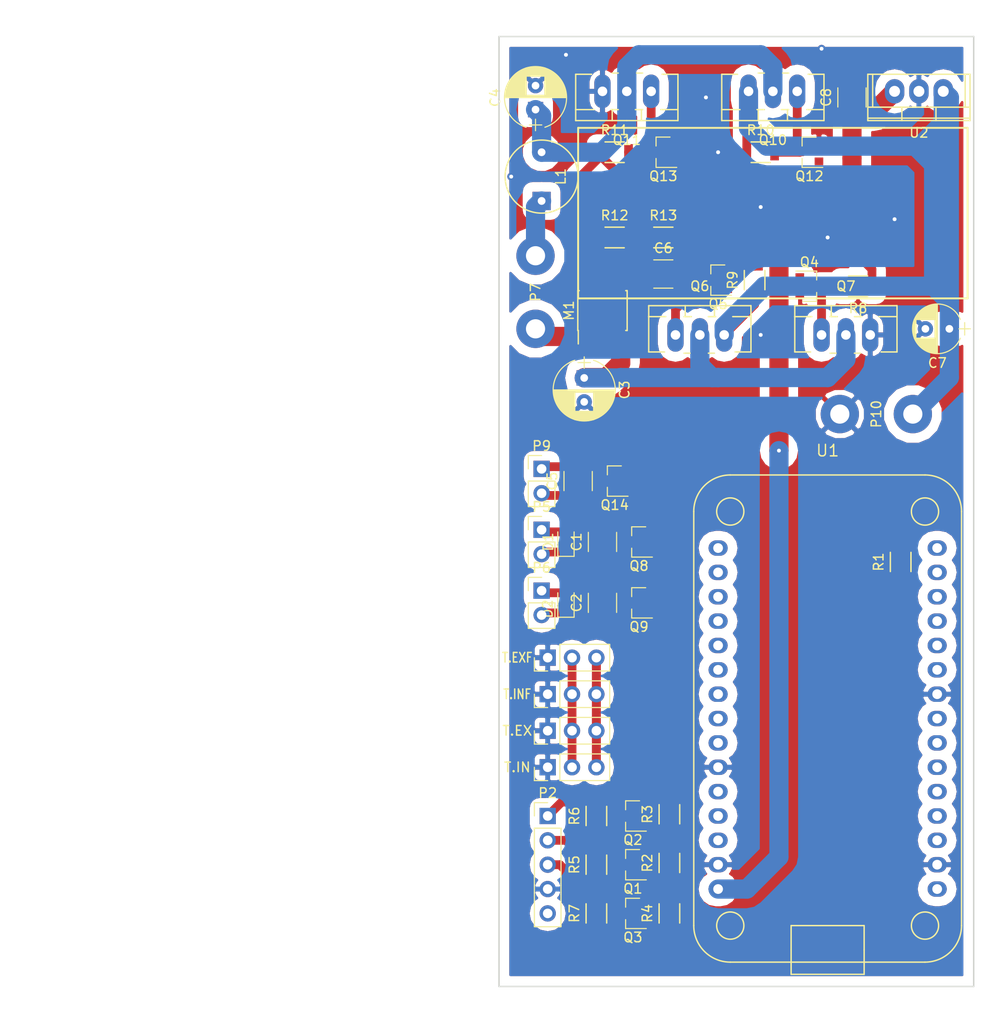
<source format=kicad_pcb>
(kicad_pcb (version 4) (host pcbnew 4.0.5)
  (layers (0 F.Cu signal) (31 B.Cu signal) (34 B.Paste user) (35 F.Paste user) (36 B.SilkS user) (37 F.SilkS user) (38 B.Mask user) (39 F.Mask user) (44 Edge.Cuts user))
  (net 0 "")
  (net 1 +12V)
  (net 2 "Net-(C1-Pad2)")
  (net 3 "Net-(C2-Pad2)")
  (net 4 peltier-left)
  (net 5 GND)
  (net 6 "Net-(C4-Pad1)")
  (net 7 "Net-(C5-Pad2)")
  (net 8 +5V)
  (net 9 peltier-right)
  (net 10 temperature)
  (net 11 +3V3)
  (net 12 display-clock-hi)
  (net 13 display-cs-hi)
  (net 14 display-data-hi)
  (net 15 display-cs)
  (net 16 display-clock)
  (net 17 display-data)
  (net 18 peltier-left-B)
  (net 19 "Net-(Q4-Pad3)")
  (net 20 peltier-left-A)
  (net 21 "Net-(Q5-Pad3)")
  (net 22 fan-internal)
  (net 23 fan-external)
  (net 24 "Net-(Q10-Pad1)")
  (net 25 "Net-(Q11-Pad1)")
  (net 26 peltier-right-A)
  (net 27 peltier-right-B)
  (net 28 led-control)
  (net 29 current-sense)
  (net 30 "Net-(C6-Pad1)")
  (net 31 peltier-left+)
  (net 32 "Net-(M1-Pad7)")
  (module toolbox:via-0.6mm (layer F.Cu) (at 228.6 40.005)
    (fp_text reference "" hide)
    (fp_text value "" hide)
    (pad 1 thru_hole circle (at 0 0) (size 0.8128 0.8128) (drill 0.4064) (layers *.Cu) (net 5 GND))
  )
  (module toolbox:via-0.6mm (layer F.Cu) (at 234.315 27.305)
    (fp_text reference "" hide)
    (fp_text value "" hide)
    (pad 1 thru_hole circle (at 0 0) (size 0.8128 0.8128) (drill 0.4064) (layers *.Cu) (net 5 GND))
  )
  (module toolbox:via-0.6mm (layer F.Cu) (at 248.92 31.75)
    (fp_text reference "" hide)
    (fp_text value "" hide)
    (pad 1 thru_hole circle (at 0 0) (size 0.8128 0.8128) (drill 0.4064) (layers *.Cu) (net 5 GND))
  )
  (module toolbox:via-0.6mm (layer F.Cu) (at 260.985 26.67)
    (fp_text reference "" hide)
    (fp_text value "" hide)
    (pad 1 thru_hole circle (at 0 0) (size 0.8128 0.8128) (drill 0.4064) (layers *.Cu) (net 5 GND))
  )
  (module toolbox:via-0.6mm (layer F.Cu) (at 254.635 56.515)
    (fp_text reference "" hide)
    (fp_text value "" hide)
    (pad 1 thru_hole circle (at 0 0) (size 0.8128 0.8128) (drill 0.4064) (layers *.Cu) (net 5 GND))
  )
  (module toolbox:via-0.6mm (layer F.Cu) (at 261.62 46.355)
    (fp_text reference "" hide)
    (fp_text value "" hide)
    (pad 1 thru_hole circle (at 0 0) (size 0.8128 0.8128) (drill 0.4064) (layers *.Cu) (net 5 GND))
  )
  (module toolbox:via-0.6mm (layer F.Cu) (at 268.605 44.45)
    (fp_text reference "" hide)
    (fp_text value "" hide)
    (pad 1 thru_hole circle (at 0 0) (size 0.8128 0.8128) (drill 0.4064) (layers *.Cu) (net 5 GND))
  )
  (module toolbox:via-0.6mm (layer F.Cu) (at 250.19 37.465)
    (fp_text reference "" hide)
    (fp_text value "" hide)
    (pad 1 thru_hole circle (at 0 0) (size 0.8128 0.8128) (drill 0.4064) (layers *.Cu) (net 5 GND))
  )
  (module Capacitors_THT:CP_Radial_D6.3mm_P2.50mm (layer F.Cu) (at 231.14 33.02 90)
    (fp_text reference C4 (at 1.25 -4.21 90) (layer F.SilkS))
    (fp_text value 100uF)
    (pad 1 thru_hole rect (at 0 0 90) (size 1.6 1.6) (drill 0.8) (layers *.Cu *.Mask) (net 6 "Net-(C4-Pad1)"))
    (pad 2 thru_hole circle (at 2.5 0 90) (size 1.6 1.6) (drill 0.8) (layers *.Cu *.Mask) (net 5 GND))
  )
  (module TO_SOT_Packages_THT:TO-220_Neutral123_Vertical_LargePads (layer F.Cu) (at 240.665 31.115 180)
    (fp_text reference Q11 (at 0 -5.08 180) (layer F.SilkS))
    (fp_text value FQP30N06L)
    (pad 2 thru_hole oval (at 0 0 270) (size 3.50012 1.69926) (drill 1.00076) (layers *.Cu *.Mask) (net 6 "Net-(C4-Pad1)"))
    (pad 1 thru_hole oval (at -2.54 0 270) (size 3.50012 1.69926) (drill 1.00076) (layers *.Cu *.Mask) (net 25 "Net-(Q11-Pad1)"))
    (pad 3 thru_hole oval (at 2.54 0 270) (size 3.50012 1.69926) (drill 1.00076) (layers *.Cu *.Mask) (net 5 GND))
  )
  (module Housings_SOIC:SOIC-8_3.9x4.9mm_Pitch1.27mm (layer F.Cu) (at 238.125 53.975 90)
    (fp_text reference M1 (at 0 -3.5 90) (layer F.SilkS))
    (fp_text value ACS712)
    (pad 1 smd rect (at -2.7 -1.905 90) (size 1.55 0.6) (layers F.Cu F.Paste F.Mask) (net 31 peltier-left+))
    (pad 2 smd rect (at -2.7 -0.635 90) (size 1.55 0.6) (layers F.Cu F.Paste F.Mask) (net 31 peltier-left+))
    (pad 3 smd rect (at -2.7 0.635 90) (size 1.55 0.6) (layers F.Cu F.Paste F.Mask) (net 4 peltier-left))
    (pad 4 smd rect (at -2.7 1.905 90) (size 1.55 0.6) (layers F.Cu F.Paste F.Mask) (net 4 peltier-left))
    (pad 5 smd rect (at 2.7 1.905 90) (size 1.55 0.6) (layers F.Cu F.Paste F.Mask) (net 5 GND))
    (pad 6 smd rect (at 2.7 0.635 90) (size 1.55 0.6) (layers F.Cu F.Paste F.Mask) (net 30 "Net-(C6-Pad1)"))
    (pad 7 smd rect (at 2.7 -0.635 90) (size 1.55 0.6) (layers F.Cu F.Paste F.Mask) (net 32 "Net-(M1-Pad7)"))
    (pad 8 smd rect (at 2.7 -1.905 90) (size 1.55 0.6) (layers F.Cu F.Paste F.Mask) (net 8 +5V))
  )
  (module Wire_Connections_Bridges:WireConnection_2.00mmDrill (layer F.Cu) (at 260.35 64.77)
    (fp_text reference P10 (at 6.35 0 270) (layer F.SilkS))
    (fp_text value Power)
    (pad 1 thru_hole circle (at 2.54 0) (size 4.0005 4.0005) (drill 1.99898) (layers *.Cu *.Mask) (net 5 GND))
    (pad 2 thru_hole circle (at 10.16 0) (size 4.0005 4.0005) (drill 1.99898) (layers *.Cu *.Mask) (net 1 +12V))
  )
  (module Capacitors_SMD:C_1210 (layer F.Cu) (at 238.125 78.105 90)
    (fp_text reference C1 (at 0 -2.7 90) (layer F.SilkS))
    (fp_text value 10uF)
    (pad 1 smd rect (at -1.5 0 90) (size 1 2.5) (layers F.Cu F.Paste F.Mask) (net 1 +12V))
    (pad 2 smd rect (at 1.5 0 90) (size 1 2.5) (layers F.Cu F.Paste F.Mask) (net 2 "Net-(C1-Pad2)"))
  )
  (module Capacitors_SMD:C_1210 (layer F.Cu) (at 238.125 84.455 90)
    (fp_text reference C2 (at 0 -2.7 90) (layer F.SilkS))
    (fp_text value 10uF)
    (pad 1 smd rect (at -1.5 0 90) (size 1 2.5) (layers F.Cu F.Paste F.Mask) (net 1 +12V))
    (pad 2 smd rect (at 1.5 0 90) (size 1 2.5) (layers F.Cu F.Paste F.Mask) (net 3 "Net-(C2-Pad2)"))
  )
  (module Capacitors_THT:CP_Radial_D6.3mm_P2.50mm (layer F.Cu) (at 236.22 61 270)
    (fp_text reference C3 (at 1.25 -4.21 270) (layer F.SilkS))
    (fp_text value 100uF)
    (pad 1 thru_hole rect (at 0 0 270) (size 1.6 1.6) (drill 0.8) (layers *.Cu *.Mask) (net 4 peltier-left))
    (pad 2 thru_hole circle (at 2.5 0 270) (size 1.6 1.6) (drill 0.8) (layers *.Cu *.Mask) (net 5 GND))
  )
  (module Capacitors_SMD:C_1210 (layer F.Cu) (at 235.585 71.755 90)
    (fp_text reference C5 (at 0 -2.7 90) (layer F.SilkS))
    (fp_text value 10uF)
    (pad 1 smd rect (at -1.5 0 90) (size 1 2.5) (layers F.Cu F.Paste F.Mask) (net 1 +12V))
    (pad 2 smd rect (at 1.5 0 90) (size 1 2.5) (layers F.Cu F.Paste F.Mask) (net 7 "Net-(C5-Pad2)"))
  )
  (module Capacitors_SMD:C_1210 (layer F.Cu) (at 244.475 50.165)
    (fp_text reference C6 (at 0 -2.7) (layer F.SilkS))
    (fp_text value 10uF)
    (pad 1 smd rect (at -1.5 0) (size 1 2.5) (layers F.Cu F.Paste F.Mask) (net 30 "Net-(C6-Pad1)"))
    (pad 2 smd rect (at 1.5 0) (size 1 2.5) (layers F.Cu F.Paste F.Mask) (net 5 GND))
  )
  (module Capacitors_THT:CP_Radial_D5.0mm_P2.50mm (layer F.Cu) (at 274.32 55.88 180)
    (fp_text reference C7 (at 1.25 -3.56 180) (layer F.SilkS))
    (fp_text value 0.33uF)
    (pad 1 thru_hole rect (at 0 0 180) (size 1.6 1.6) (drill 0.8) (layers *.Cu *.Mask) (net 1 +12V))
    (pad 2 thru_hole circle (at 2.5 0 180) (size 1.6 1.6) (drill 0.8) (layers *.Cu *.Mask) (net 5 GND))
  )
  (module Capacitors_SMD:C_1210 (layer F.Cu) (at 264.16 31.75 90)
    (fp_text reference C8 (at 0 -2.7 90) (layer F.SilkS))
    (fp_text value 100nF)
    (pad 1 smd rect (at -1.5 0 90) (size 1 2.5) (layers F.Cu F.Paste F.Mask) (net 8 +5V))
    (pad 2 smd rect (at 1.5 0 90) (size 1 2.5) (layers F.Cu F.Paste F.Mask) (net 5 GND))
  )
  (module Diodes_SMD:D_SOD-323 (layer F.Cu) (at 234.315 78.105 90)
    (fp_text reference D1 (at 0 -1.85 90) (layer F.SilkS))
    (fp_text value 1N4818)
    (pad 1 smd rect (at -1.05 0 90) (size 0.6 0.45) (layers F.Cu F.Paste F.Mask) (net 1 +12V))
    (pad 2 smd rect (at 1.05 0 90) (size 0.6 0.45) (layers F.Cu F.Paste F.Mask) (net 2 "Net-(C1-Pad2)"))
  )
  (module Diodes_SMD:D_SOD-323 (layer F.Cu) (at 234.315 84.455 90)
    (fp_text reference D2 (at -0.635 -1.905 90) (layer F.SilkS))
    (fp_text value 1N4818)
    (pad 1 smd rect (at -1.05 0 90) (size 0.6 0.45) (layers F.Cu F.Paste F.Mask) (net 1 +12V))
    (pad 2 smd rect (at 1.05 0 90) (size 0.6 0.45) (layers F.Cu F.Paste F.Mask) (net 3 "Net-(C2-Pad2)"))
  )
  (module Inductors:INDUCTOR_V (layer F.Cu) (at 231.775 40.005 90)
    (fp_text reference L1 (at 0 1.99898 90) (layer F.SilkS))
    (fp_text value 100uH)
    (pad 1 thru_hole rect (at -2.54 0 90) (size 1.905 1.905) (drill 0.8128) (layers *.Cu *.Mask) (net 9 peltier-right))
    (pad 2 thru_hole circle (at 2.54 0 90) (size 1.905 1.905) (drill 0.8128) (layers *.Cu *.Mask) (net 6 "Net-(C4-Pad1)"))
  )
  (module Pin_Headers:Pin_Header_Straight_1x03_Pitch2.54mm (layer F.Cu) (at 232.41 101.6 90)
    (fp_text reference T.IN (at 0 -3.175 180) (layer F.SilkS))
    (fp_text value t-internal)
    (pad 1 thru_hole rect (at 0 0 90) (size 1.7 1.7) (drill 1) (layers *.Cu *.Mask) (net 5 GND))
    (pad 2 thru_hole oval (at 0 2.54 90) (size 1.7 1.7) (drill 1) (layers *.Cu *.Mask) (net 10 temperature))
    (pad 3 thru_hole oval (at 0 5.08 90) (size 1.7 1.7) (drill 1) (layers *.Cu *.Mask) (net 11 +3V3))
  )
  (module Pin_Headers:Pin_Header_Straight_1x05_Pitch2.54mm (layer F.Cu) (at 232.41 106.68)
    (fp_text reference P2 (at 0 -2.39) (layer F.SilkS))
    (fp_text value Display)
    (pad 1 thru_hole rect (at 0 0) (size 1.7 1.7) (drill 1) (layers *.Cu *.Mask) (net 12 display-clock-hi))
    (pad 2 thru_hole oval (at 0 2.54) (size 1.7 1.7) (drill 1) (layers *.Cu *.Mask) (net 13 display-cs-hi))
    (pad 3 thru_hole oval (at 0 5.08) (size 1.7 1.7) (drill 1) (layers *.Cu *.Mask) (net 14 display-data-hi))
    (pad 4 thru_hole oval (at 0 7.62) (size 1.7 1.7) (drill 1) (layers *.Cu *.Mask) (net 5 GND))
    (pad 5 thru_hole oval (at 0 10.16) (size 1.7 1.7) (drill 1) (layers *.Cu *.Mask) (net 8 +5V))
  )
  (module Pin_Headers:Pin_Header_Straight_1x03_Pitch2.54mm (layer F.Cu) (at 232.41 97.79 90)
    (fp_text reference T.EX (at 0 -3.175 180) (layer F.SilkS))
    (fp_text value t-external)
    (pad 1 thru_hole rect (at 0 0 90) (size 1.7 1.7) (drill 1) (layers *.Cu *.Mask) (net 5 GND))
    (pad 2 thru_hole oval (at 0 2.54 90) (size 1.7 1.7) (drill 1) (layers *.Cu *.Mask) (net 10 temperature))
    (pad 3 thru_hole oval (at 0 5.08 90) (size 1.7 1.7) (drill 1) (layers *.Cu *.Mask) (net 11 +3V3))
  )
  (module Pin_Headers:Pin_Header_Straight_1x03_Pitch2.54mm (layer F.Cu) (at 232.41 93.98 90)
    (fp_text reference T.INF (at 0 -3.175 180) (layer F.SilkS) (effects (font (size 1 0.8))))
    (fp_text value t-fin-internal)
    (pad 1 thru_hole rect (at 0 0 90) (size 1.7 1.7) (drill 1) (layers *.Cu *.Mask) (net 5 GND))
    (pad 2 thru_hole oval (at 0 2.54 90) (size 1.7 1.7) (drill 1) (layers *.Cu *.Mask) (net 10 temperature))
    (pad 3 thru_hole oval (at 0 5.08 90) (size 1.7 1.7) (drill 1) (layers *.Cu *.Mask) (net 11 +3V3))
  )
  (module Pin_Headers:Pin_Header_Straight_1x02_Pitch2.54mm (layer F.Cu) (at 231.775 76.835)
    (fp_text reference P5 (at 0 -2.39) (layer F.SilkS))
    (fp_text value Fan-internal)
    (pad 1 thru_hole rect (at 0 0) (size 1.7 1.7) (drill 1) (layers *.Cu *.Mask) (net 2 "Net-(C1-Pad2)"))
    (pad 2 thru_hole oval (at 0 2.54) (size 1.7 1.7) (drill 1) (layers *.Cu *.Mask) (net 1 +12V))
  )
  (module Pin_Headers:Pin_Header_Straight_1x02_Pitch2.54mm (layer F.Cu) (at 231.775 83.185)
    (fp_text reference P6 (at 0 -2.39) (layer F.SilkS))
    (fp_text value Fan-external)
    (pad 1 thru_hole rect (at 0 0) (size 1.7 1.7) (drill 1) (layers *.Cu *.Mask) (net 3 "Net-(C2-Pad2)"))
    (pad 2 thru_hole oval (at 0 2.54) (size 1.7 1.7) (drill 1) (layers *.Cu *.Mask) (net 1 +12V))
  )
  (module Wire_Connections_Bridges:WireConnection_2.00mmDrill (layer F.Cu) (at 231.14 58.42 90)
    (fp_text reference P7 (at 6.35 0 90) (layer F.SilkS))
    (fp_text value Peltier)
    (pad 1 thru_hole circle (at 2.54 0 90) (size 4.0005 4.0005) (drill 1.99898) (layers *.Cu *.Mask) (net 31 peltier-left+))
    (pad 2 thru_hole circle (at 10.16 0 90) (size 4.0005 4.0005) (drill 1.99898) (layers *.Cu *.Mask) (net 9 peltier-right))
  )
  (module Pin_Headers:Pin_Header_Straight_1x03_Pitch2.54mm (layer F.Cu) (at 232.41 90.17 90)
    (fp_text reference T.EXF (at 0 -3.175 180) (layer F.SilkS) (effects (font (size 1 0.8))))
    (fp_text value t-fin-external)
    (pad 1 thru_hole rect (at 0 0 90) (size 1.7 1.7) (drill 1) (layers *.Cu *.Mask) (net 5 GND))
    (pad 2 thru_hole oval (at 0 2.54 90) (size 1.7 1.7) (drill 1) (layers *.Cu *.Mask) (net 10 temperature))
    (pad 3 thru_hole oval (at 0 5.08 90) (size 1.7 1.7) (drill 1) (layers *.Cu *.Mask) (net 11 +3V3))
  )
  (module Pin_Headers:Pin_Header_Straight_1x02_Pitch2.54mm (layer F.Cu) (at 231.775 70.485)
    (fp_text reference P9 (at 0 -2.39) (layer F.SilkS))
    (fp_text value LED)
    (pad 1 thru_hole rect (at 0 0) (size 1.7 1.7) (drill 1) (layers *.Cu *.Mask) (net 7 "Net-(C5-Pad2)"))
    (pad 2 thru_hole oval (at 0 2.54) (size 1.7 1.7) (drill 1) (layers *.Cu *.Mask) (net 1 +12V))
  )
  (module TO_SOT_Packages_SMD:SOT-23 (layer F.Cu) (at 241.3 111.76 180)
    (fp_text reference Q1 (at 0 -2.5 180) (layer F.SilkS))
    (fp_text value AO3402)
    (pad 1 smd rect (at -1 -0.95 180) (size 0.9 0.8) (layers F.Cu F.Paste F.Mask) (net 11 +3V3))
    (pad 2 smd rect (at -1 0.95 180) (size 0.9 0.8) (layers F.Cu F.Paste F.Mask) (net 15 display-cs))
    (pad 3 smd rect (at 1 0 180) (size 0.9 0.8) (layers F.Cu F.Paste F.Mask) (net 13 display-cs-hi))
  )
  (module TO_SOT_Packages_SMD:SOT-23 (layer F.Cu) (at 241.3 106.68 180)
    (fp_text reference Q2 (at 0 -2.5 180) (layer F.SilkS))
    (fp_text value AO3402)
    (pad 1 smd rect (at -1 -0.95 180) (size 0.9 0.8) (layers F.Cu F.Paste F.Mask) (net 11 +3V3))
    (pad 2 smd rect (at -1 0.95 180) (size 0.9 0.8) (layers F.Cu F.Paste F.Mask) (net 16 display-clock))
    (pad 3 smd rect (at 1 0 180) (size 0.9 0.8) (layers F.Cu F.Paste F.Mask) (net 12 display-clock-hi))
  )
  (module TO_SOT_Packages_SMD:SOT-23 (layer F.Cu) (at 241.3 116.84 180)
    (fp_text reference Q3 (at 0 -2.5 180) (layer F.SilkS))
    (fp_text value AO3402)
    (pad 1 smd rect (at -1 -0.95 180) (size 0.9 0.8) (layers F.Cu F.Paste F.Mask) (net 11 +3V3))
    (pad 2 smd rect (at -1 0.95 180) (size 0.9 0.8) (layers F.Cu F.Paste F.Mask) (net 17 display-data))
    (pad 3 smd rect (at 1 0 180) (size 0.9 0.8) (layers F.Cu F.Paste F.Mask) (net 14 display-data-hi))
  )
  (module TO_SOT_Packages_SMD:SOT-23 (layer F.Cu) (at 259.715 51.435)
    (fp_text reference Q4 (at 0 -2.5) (layer F.SilkS))
    (fp_text value AO3402)
    (pad 1 smd rect (at -1 -0.95) (size 0.9 0.8) (layers F.Cu F.Paste F.Mask) (net 18 peltier-left-B))
    (pad 2 smd rect (at -1 0.95) (size 0.9 0.8) (layers F.Cu F.Paste F.Mask) (net 5 GND))
    (pad 3 smd rect (at 1 0) (size 0.9 0.8) (layers F.Cu F.Paste F.Mask) (net 19 "Net-(Q4-Pad3)"))
  )
  (module TO_SOT_Packages_SMD:SOT-23 (layer F.Cu) (at 250.19 50.8 180)
    (fp_text reference Q5 (at 0 -2.5 180) (layer F.SilkS))
    (fp_text value AO3402)
    (pad 1 smd rect (at -1 -0.95 180) (size 0.9 0.8) (layers F.Cu F.Paste F.Mask) (net 20 peltier-left-A))
    (pad 2 smd rect (at -1 0.95 180) (size 0.9 0.8) (layers F.Cu F.Paste F.Mask) (net 5 GND))
    (pad 3 smd rect (at 1 0 180) (size 0.9 0.8) (layers F.Cu F.Paste F.Mask) (net 21 "Net-(Q5-Pad3)"))
  )
  (module TO_SOT_Packages_THT:TO-220_Neutral123_Vertical_LargePads (layer F.Cu) (at 248.285 56.515)
    (fp_text reference Q6 (at 0 -5.08) (layer F.SilkS))
    (fp_text value FQP27P06)
    (pad 2 thru_hole oval (at 0 0 90) (size 3.50012 1.69926) (drill 1.00076) (layers *.Cu *.Mask) (net 4 peltier-left))
    (pad 1 thru_hole oval (at -2.54 0 90) (size 3.50012 1.69926) (drill 1.00076) (layers *.Cu *.Mask) (net 21 "Net-(Q5-Pad3)"))
    (pad 3 thru_hole oval (at 2.54 0 90) (size 3.50012 1.69926) (drill 1.00076) (layers *.Cu *.Mask) (net 1 +12V))
  )
  (module TO_SOT_Packages_THT:TO-220_Neutral123_Vertical_LargePads (layer F.Cu) (at 263.525 56.515)
    (fp_text reference Q7 (at 0 -5.08) (layer F.SilkS))
    (fp_text value FQP30N06L)
    (pad 2 thru_hole oval (at 0 0 90) (size 3.50012 1.69926) (drill 1.00076) (layers *.Cu *.Mask) (net 4 peltier-left))
    (pad 1 thru_hole oval (at -2.54 0 90) (size 3.50012 1.69926) (drill 1.00076) (layers *.Cu *.Mask) (net 19 "Net-(Q4-Pad3)"))
    (pad 3 thru_hole oval (at 2.54 0 90) (size 3.50012 1.69926) (drill 1.00076) (layers *.Cu *.Mask) (net 5 GND))
  )
  (module TO_SOT_Packages_SMD:SOT-23 (layer F.Cu) (at 241.935 78.105 180)
    (fp_text reference Q8 (at 0 -2.5 180) (layer F.SilkS))
    (fp_text value AO3402)
    (pad 1 smd rect (at -1 -0.95 180) (size 0.9 0.8) (layers F.Cu F.Paste F.Mask) (net 22 fan-internal))
    (pad 2 smd rect (at -1 0.95 180) (size 0.9 0.8) (layers F.Cu F.Paste F.Mask) (net 5 GND))
    (pad 3 smd rect (at 1 0 180) (size 0.9 0.8) (layers F.Cu F.Paste F.Mask) (net 2 "Net-(C1-Pad2)"))
  )
  (module TO_SOT_Packages_SMD:SOT-23 (layer F.Cu) (at 241.935 84.455 180)
    (fp_text reference Q9 (at 0 -2.5 180) (layer F.SilkS))
    (fp_text value AO3402)
    (pad 1 smd rect (at -1 -0.95 180) (size 0.9 0.8) (layers F.Cu F.Paste F.Mask) (net 23 fan-external))
    (pad 2 smd rect (at -1 0.95 180) (size 0.9 0.8) (layers F.Cu F.Paste F.Mask) (net 5 GND))
    (pad 3 smd rect (at 1 0 180) (size 0.9 0.8) (layers F.Cu F.Paste F.Mask) (net 3 "Net-(C2-Pad2)"))
  )
  (module TO_SOT_Packages_THT:TO-220_Neutral123_Vertical_LargePads (layer F.Cu) (at 255.905 31.115 180)
    (fp_text reference Q10 (at 0 -5.08 180) (layer F.SilkS))
    (fp_text value FQP27P06)
    (pad 2 thru_hole oval (at 0 0 270) (size 3.50012 1.69926) (drill 1.00076) (layers *.Cu *.Mask) (net 6 "Net-(C4-Pad1)"))
    (pad 1 thru_hole oval (at -2.54 0 270) (size 3.50012 1.69926) (drill 1.00076) (layers *.Cu *.Mask) (net 24 "Net-(Q10-Pad1)"))
    (pad 3 thru_hole oval (at 2.54 0 270) (size 3.50012 1.69926) (drill 1.00076) (layers *.Cu *.Mask) (net 1 +12V))
  )
  (module TO_SOT_Packages_SMD:SOT-23 (layer F.Cu) (at 259.715 37.465 180)
    (fp_text reference Q12 (at 0 -2.5 180) (layer F.SilkS))
    (fp_text value AO3402)
    (pad 1 smd rect (at -1 -0.95 180) (size 0.9 0.8) (layers F.Cu F.Paste F.Mask) (net 26 peltier-right-A))
    (pad 2 smd rect (at -1 0.95 180) (size 0.9 0.8) (layers F.Cu F.Paste F.Mask) (net 5 GND))
    (pad 3 smd rect (at 1 0 180) (size 0.9 0.8) (layers F.Cu F.Paste F.Mask) (net 24 "Net-(Q10-Pad1)"))
  )
  (module TO_SOT_Packages_SMD:SOT-23 (layer F.Cu) (at 244.475 37.465 180)
    (fp_text reference Q13 (at 0 -2.5 180) (layer F.SilkS))
    (fp_text value AO3402)
    (pad 1 smd rect (at -1 -0.95 180) (size 0.9 0.8) (layers F.Cu F.Paste F.Mask) (net 27 peltier-right-B))
    (pad 2 smd rect (at -1 0.95 180) (size 0.9 0.8) (layers F.Cu F.Paste F.Mask) (net 5 GND))
    (pad 3 smd rect (at 1 0 180) (size 0.9 0.8) (layers F.Cu F.Paste F.Mask) (net 25 "Net-(Q11-Pad1)"))
  )
  (module TO_SOT_Packages_SMD:SOT-23 (layer F.Cu) (at 239.395 71.755 180)
    (fp_text reference Q14 (at 0 -2.5 180) (layer F.SilkS))
    (fp_text value AO3402)
    (pad 1 smd rect (at -1 -0.95 180) (size 0.9 0.8) (layers F.Cu F.Paste F.Mask) (net 28 led-control))
    (pad 2 smd rect (at -1 0.95 180) (size 0.9 0.8) (layers F.Cu F.Paste F.Mask) (net 5 GND))
    (pad 3 smd rect (at 1 0 180) (size 0.9 0.8) (layers F.Cu F.Paste F.Mask) (net 7 "Net-(C5-Pad2)"))
  )
  (module Resistors_SMD:R_1206 (layer F.Cu) (at 269.24 80.19 90)
    (fp_text reference R1 (at 0 -2.3 90) (layer F.SilkS))
    (fp_text value 4K7)
    (pad 1 smd rect (at -1.45 0 90) (size 0.9 1.7) (layers F.Cu F.Paste F.Mask) (net 11 +3V3))
    (pad 2 smd rect (at 1.45 0 90) (size 0.9 1.7) (layers F.Cu F.Paste F.Mask) (net 10 temperature))
  )
  (module Resistors_SMD:R_1206 (layer F.Cu) (at 245.11 111.58 90)
    (fp_text reference R2 (at 0 -2.3 90) (layer F.SilkS))
    (fp_text value 4K7)
    (pad 1 smd rect (at -1.45 0 90) (size 0.9 1.7) (layers F.Cu F.Paste F.Mask) (net 11 +3V3))
    (pad 2 smd rect (at 1.45 0 90) (size 0.9 1.7) (layers F.Cu F.Paste F.Mask) (net 15 display-cs))
  )
  (module Resistors_SMD:R_1206 (layer F.Cu) (at 245.11 106.5 90)
    (fp_text reference R3 (at 0 -2.3 90) (layer F.SilkS))
    (fp_text value 4K7)
    (pad 1 smd rect (at -1.45 0 90) (size 0.9 1.7) (layers F.Cu F.Paste F.Mask) (net 11 +3V3))
    (pad 2 smd rect (at 1.45 0 90) (size 0.9 1.7) (layers F.Cu F.Paste F.Mask) (net 16 display-clock))
  )
  (module Resistors_SMD:R_1206 (layer F.Cu) (at 245.11 116.84 90)
    (fp_text reference R4 (at 0 -2.3 90) (layer F.SilkS))
    (fp_text value 4K7)
    (pad 1 smd rect (at -1.45 0 90) (size 0.9 1.7) (layers F.Cu F.Paste F.Mask) (net 11 +3V3))
    (pad 2 smd rect (at 1.45 0 90) (size 0.9 1.7) (layers F.Cu F.Paste F.Mask) (net 17 display-data))
  )
  (module Resistors_SMD:R_1206 (layer F.Cu) (at 237.49 111.76 90)
    (fp_text reference R5 (at 0 -2.3 90) (layer F.SilkS))
    (fp_text value 4K7)
    (pad 1 smd rect (at -1.45 0 90) (size 0.9 1.7) (layers F.Cu F.Paste F.Mask) (net 8 +5V))
    (pad 2 smd rect (at 1.45 0 90) (size 0.9 1.7) (layers F.Cu F.Paste F.Mask) (net 13 display-cs-hi))
  )
  (module Resistors_SMD:R_1206 (layer F.Cu) (at 237.49 106.68 90)
    (fp_text reference R6 (at 0 -2.3 90) (layer F.SilkS))
    (fp_text value 4K7)
    (pad 1 smd rect (at -1.45 0 90) (size 0.9 1.7) (layers F.Cu F.Paste F.Mask) (net 8 +5V))
    (pad 2 smd rect (at 1.45 0 90) (size 0.9 1.7) (layers F.Cu F.Paste F.Mask) (net 12 display-clock-hi))
  )
  (module Resistors_SMD:R_1206 (layer F.Cu) (at 237.49 116.84 90)
    (fp_text reference R7 (at 0 -2.3 90) (layer F.SilkS))
    (fp_text value 4K7)
    (pad 1 smd rect (at -1.45 0 90) (size 0.9 1.7) (layers F.Cu F.Paste F.Mask) (net 8 +5V))
    (pad 2 smd rect (at 1.45 0 90) (size 0.9 1.7) (layers F.Cu F.Paste F.Mask) (net 14 display-data-hi))
  )
  (module Resistors_SMD:R_1206 (layer F.Cu) (at 264.795 51.435 180)
    (fp_text reference R8 (at 0 -2.3 180) (layer F.SilkS))
    (fp_text value 4K7)
    (pad 1 smd rect (at -1.45 0 180) (size 0.9 1.7) (layers F.Cu F.Paste F.Mask) (net 8 +5V))
    (pad 2 smd rect (at 1.45 0 180) (size 0.9 1.7) (layers F.Cu F.Paste F.Mask) (net 19 "Net-(Q4-Pad3)"))
  )
  (module Resistors_SMD:R_1206 (layer F.Cu) (at 254 50.8 90)
    (fp_text reference R9 (at 0 -2.3 90) (layer F.SilkS))
    (fp_text value 4K7)
    (pad 1 smd rect (at -1.45 0 90) (size 0.9 1.7) (layers F.Cu F.Paste F.Mask) (net 1 +12V))
    (pad 2 smd rect (at 1.45 0 90) (size 0.9 1.7) (layers F.Cu F.Paste F.Mask) (net 21 "Net-(Q5-Pad3)"))
  )
  (module Resistors_SMD:R_1206 (layer F.Cu) (at 254.635 37.465)
    (fp_text reference R10 (at 0 -2.3) (layer F.SilkS))
    (fp_text value 4K7)
    (pad 1 smd rect (at -1.45 0) (size 0.9 1.7) (layers F.Cu F.Paste F.Mask) (net 1 +12V))
    (pad 2 smd rect (at 1.45 0) (size 0.9 1.7) (layers F.Cu F.Paste F.Mask) (net 24 "Net-(Q10-Pad1)"))
  )
  (module Resistors_SMD:R_1206 (layer F.Cu) (at 239.395 37.465)
    (fp_text reference R11 (at 0 -2.3) (layer F.SilkS))
    (fp_text value 4K7)
    (pad 1 smd rect (at -1.45 0) (size 0.9 1.7) (layers F.Cu F.Paste F.Mask) (net 8 +5V))
    (pad 2 smd rect (at 1.45 0) (size 0.9 1.7) (layers F.Cu F.Paste F.Mask) (net 25 "Net-(Q11-Pad1)"))
  )
  (module Resistors_SMD:R_1206 (layer F.Cu) (at 239.395 46.355)
    (fp_text reference R12 (at 0 -2.3) (layer F.SilkS))
    (fp_text value 47K)
    (pad 1 smd rect (at -1.45 0) (size 0.9 1.7) (layers F.Cu F.Paste F.Mask) (net 32 "Net-(M1-Pad7)"))
    (pad 2 smd rect (at 1.45 0) (size 0.9 1.7) (layers F.Cu F.Paste F.Mask) (net 29 current-sense))
  )
  (module Resistors_SMD:R_1206 (layer F.Cu) (at 244.475 46.355)
    (fp_text reference R13 (at 0 -2.3) (layer F.SilkS))
    (fp_text value 91K)
    (pad 1 smd rect (at -1.45 0) (size 0.9 1.7) (layers F.Cu F.Paste F.Mask) (net 29 current-sense))
    (pad 2 smd rect (at 1.45 0) (size 0.9 1.7) (layers F.Cu F.Paste F.Mask) (net 5 GND))
  )
  (module toolbox:nodemcuv2 (layer F.Cu) (at 261.62 96.52 270)
    (fp_text reference U1 (at -27.94 0 360) (layer F.SilkS) (effects (font (size 1.2 1.2))))
    (fp_text value NodeMCUv2)
    (pad D0 thru_hole oval (at -17.78 -11.43 270) (size 1.6 2) (drill 1.016) (layers *.Cu *.Mask) (net 10 temperature))
    (pad A0 thru_hole oval (at -17.78 11.43 270) (size 1.6 2) (drill 1.016) (layers *.Cu *.Mask) (net 29 current-sense))
    (pad D1 thru_hole oval (at -15.24 -11.43 270) (size 1.6 2) (drill 1.016) (layers *.Cu *.Mask) (net 22 fan-internal))
    (pad RSV thru_hole oval (at -15.24 11.43 270) (size 1.6 2) (drill 1.016) (layers *.Cu *.Mask))
    (pad D2 thru_hole oval (at -12.7 -11.43 270) (size 1.6 2) (drill 1.016) (layers *.Cu *.Mask) (net 23 fan-external))
    (pad RSV thru_hole oval (at -12.7 11.43 270) (size 1.6 2) (drill 1.016) (layers *.Cu *.Mask))
    (pad D3 thru_hole oval (at -10.16 -11.43 270) (size 1.6 2) (drill 1.016) (layers *.Cu *.Mask) (net 15 display-cs))
    (pad SDD3 thru_hole oval (at -10.16 11.43 270) (size 1.6 2) (drill 1.016) (layers *.Cu *.Mask))
    (pad D4 thru_hole oval (at -7.62 -11.43 270) (size 1.6 2) (drill 1.016) (layers *.Cu *.Mask) (net 16 display-clock))
    (pad SDD2 thru_hole oval (at -7.62 11.43 270) (size 1.6 2) (drill 1.016) (layers *.Cu *.Mask))
    (pad 3V3 thru_hole oval (at -5.08 -11.43 270) (size 1.6 2) (drill 1.016) (layers *.Cu *.Mask) (net 11 +3V3))
    (pad SDD1 thru_hole oval (at -5.08 11.43 270) (size 1.6 2) (drill 1.016) (layers *.Cu *.Mask))
    (pad GND thru_hole oval (at -2.54 -11.43 270) (size 1.6 2) (drill 1.016) (layers *.Cu *.Mask) (net 5 GND))
    (pad SCMD thru_hole oval (at -2.54 11.43 270) (size 1.6 2) (drill 1.016) (layers *.Cu *.Mask))
    (pad D5 thru_hole oval (at 0 -11.43 270) (size 1.6 2) (drill 1.016) (layers *.Cu *.Mask) (net 17 display-data))
    (pad SDD0 thru_hole oval (at 0 11.43 270) (size 1.6 2) (drill 1.016) (layers *.Cu *.Mask))
    (pad D6 thru_hole oval (at 2.54 -11.43 270) (size 1.6 2) (drill 1.016) (layers *.Cu *.Mask) (net 20 peltier-left-A))
    (pad SCLK thru_hole oval (at 2.54 11.43 270) (size 1.6 2) (drill 1.016) (layers *.Cu *.Mask))
    (pad D7 thru_hole oval (at 5.08 -11.43 270) (size 1.6 2) (drill 1.016) (layers *.Cu *.Mask) (net 26 peltier-right-A))
    (pad GND thru_hole oval (at 5.08 11.43 270) (size 1.6 2) (drill 1.016) (layers *.Cu *.Mask) (net 5 GND))
    (pad D8 thru_hole oval (at 7.62 -11.43 270) (size 1.6 2) (drill 1.016) (layers *.Cu *.Mask) (net 18 peltier-left-B))
    (pad 3V3 thru_hole oval (at 7.62 11.43 270) (size 1.6 2) (drill 1.016) (layers *.Cu *.Mask) (net 11 +3V3))
    (pad D9 thru_hole oval (at 10.16 -11.43 270) (size 1.6 2) (drill 1.016) (layers *.Cu *.Mask) (net 27 peltier-right-B))
    (pad EN thru_hole oval (at 10.16 11.43 270) (size 1.6 2) (drill 1.016) (layers *.Cu *.Mask))
    (pad D10 thru_hole oval (at 12.7 -11.43 270) (size 1.6 2) (drill 1.016) (layers *.Cu *.Mask) (net 28 led-control))
    (pad RST thru_hole oval (at 12.7 11.43 270) (size 1.6 2) (drill 1.016) (layers *.Cu *.Mask))
    (pad GND thru_hole oval (at 15.24 -11.43 270) (size 1.6 2) (drill 1.016) (layers *.Cu *.Mask) (net 5 GND))
    (pad GND thru_hole oval (at 15.24 11.43 270) (size 1.6 2) (drill 1.016) (layers *.Cu *.Mask) (net 5 GND))
    (pad 3V3 thru_hole oval (at 17.78 -11.43 270) (size 1.6 2) (drill 1.016) (layers *.Cu *.Mask) (net 11 +3V3))
    (pad Vin thru_hole oval (at 17.78 11.43 270) (size 1.6 2) (drill 1.016) (layers *.Cu *.Mask) (net 8 +5V))
  )
  (module Power_Integrations:TO-220 (layer F.Cu) (at 271.145 31.115 180)
    (fp_text reference U2 (at 0 -4.318 180) (layer F.SilkS))
    (fp_text value LM7805)
    (pad 2 thru_hole oval (at 0 0 180) (size 2.032 2.54) (drill 1.143) (layers *.Cu *.Mask) (net 5 GND))
    (pad 3 thru_hole oval (at 2.54 0 180) (size 2.032 2.54) (drill 1.143) (layers *.Cu *.Mask) (net 8 +5V))
    (pad 1 thru_hole oval (at -2.54 0 180) (size 2.032 2.54) (drill 1.143) (layers *.Cu *.Mask) (net 1 +12V))
  )
  (module toolbox:via-0.6mm (layer F.Cu) (at 254.635 43.18)
    (fp_text reference "" hide)
    (fp_text value "" hide)
    (pad 1 thru_hole circle (at 0 0) (size 0.8128 0.8128) (drill 0.4064) (layers *.Cu) (net 5 GND))
  )
  (gr_line (start 235.585 52.705) (end 276.225 52.705) (angle 90) (layer F.SilkS) (width 0.2))
  (gr_line (start 235.585 34.925) (end 235.585 52.705) (angle 90) (layer F.SilkS) (width 0.2))
  (gr_line (start 276.225 34.925) (end 235.585 34.925) (angle 90) (layer F.SilkS) (width 0.2))
  (gr_line (start 227.33 25.4) (end 227.33 124.46) (angle 90) (layer Edge.Cuts) (width 0.15))
  (gr_line (start 276.225 34.925) (end 276.225 52.705) (angle 90) (layer F.SilkS) (width 0.2))
  (gr_line (start 276.86 124.46) (end 227.33 124.46) (angle 90) (layer Edge.Cuts) (width 0.15))
  (gr_line (start 276.86 25.4) (end 276.86 124.46) (angle 90) (layer Edge.Cuts) (width 0.15))
  (gr_line (start 227.33 25.4) (end 276.86 25.4) (angle 90) (layer Edge.Cuts) (width 0.15))
  (segment (start 269.24 36.83) (end 271.24 36.83) (width 2) (layer B.Cu) (net 1))
  (segment (start 255.27 36.83) (end 269.24 36.83) (width 2) (layer B.Cu) (net 1))
  (segment (start 272.675 51.435) (end 272.675 38.735) (width 2) (layer B.Cu) (net 1))
  (segment (start 272.675 38.735) (end 272.675 35.915) (width 2) (layer B.Cu) (net 1))
  (segment (start 269.24 36.83) (end 270.77 36.83) (width 2) (layer B.Cu) (net 1))
  (segment (start 270.77 36.83) (end 272.675 38.735) (width 2) (layer B.Cu) (net 1))
  (segment (start 271.24 36.83) (end 272.415 35.655) (width 2) (layer B.Cu) (net 1))
  (segment (start 272.415 35.655) (end 273.685 34.385) (width 2) (layer B.Cu) (net 1))
  (segment (start 272.675 35.915) (end 272.415 35.655) (width 2) (layer B.Cu) (net 1))
  (segment (start 274.32 55.88) (end 274.32 53.08) (width 2) (layer B.Cu) (net 1))
  (segment (start 274.32 53.08) (end 272.675 51.435) (width 2) (layer B.Cu) (net 1))
  (segment (start 254 52.25) (end 254 53.34) (width 0.9144) (layer F.Cu) (net 1))
  (segment (start 254 53.34) (end 250.825 56.515) (width 0.9144) (layer F.Cu) (net 1))
  (segment (start 234.315 85.505) (end 231.995 85.505) (width 0.9144) (layer F.Cu) (net 1))
  (segment (start 231.995 85.505) (end 231.775 85.725) (width 0.9144) (layer F.Cu) (net 1))
  (segment (start 238.125 85.955) (end 234.765 85.955) (width 0.9144) (layer F.Cu) (net 1))
  (segment (start 234.765 85.955) (end 234.315 85.505) (width 0.9144) (layer F.Cu) (net 1))
  (segment (start 238.125 79.605) (end 234.765 79.605) (width 0.9144) (layer F.Cu) (net 1))
  (segment (start 234.765 79.605) (end 234.315 79.155) (width 0.9144) (layer F.Cu) (net 1))
  (segment (start 234.315 79.155) (end 231.995 79.155) (width 0.9144) (layer F.Cu) (net 1))
  (segment (start 231.995 79.155) (end 231.775 79.375) (width 0.9144) (layer F.Cu) (net 1))
  (segment (start 235.585 73.255) (end 232.005 73.255) (width 0.9144) (layer F.Cu) (net 1))
  (segment (start 232.005 73.255) (end 231.775 73.025) (width 0.9144) (layer F.Cu) (net 1))
  (segment (start 253.185 37.465) (end 253.185 31.295) (width 0.9144) (layer F.Cu) (net 1))
  (segment (start 253.185 31.295) (end 253.365 31.115) (width 0.9144) (layer F.Cu) (net 1))
  (segment (start 255.00457 51.435) (end 272.675 51.435) (width 2) (layer B.Cu) (net 1))
  (segment (start 250.825 56.515) (end 250.825 55.61457) (width 2) (layer B.Cu) (net 1))
  (segment (start 250.825 55.61457) (end 255.00457 51.435) (width 2) (layer B.Cu) (net 1))
  (segment (start 274.32 55.88) (end 274.32 31.75) (width 2) (layer B.Cu) (net 1))
  (segment (start 274.32 31.75) (end 273.685 31.115) (width 2) (layer B.Cu) (net 1))
  (segment (start 270.51 64.77) (end 274.32 60.96) (width 2) (layer B.Cu) (net 1))
  (segment (start 274.32 60.96) (end 274.32 55.88) (width 2) (layer B.Cu) (net 1))
  (segment (start 253.365 31.115) (end 253.365 34.925) (width 2) (layer B.Cu) (net 1))
  (segment (start 253.365 34.925) (end 255.27 36.83) (width 2) (layer B.Cu) (net 1))
  (segment (start 273.685 34.385) (end 273.685 31.115) (width 2) (layer B.Cu) (net 1))
  (segment (start 238.125 76.605) (end 239.435 76.605) (width 0.9144) (layer F.Cu) (net 2))
  (segment (start 239.435 76.605) (end 240.935 78.105) (width 0.9144) (layer F.Cu) (net 2))
  (segment (start 238.125 76.605) (end 234.765 76.605) (width 0.9144) (layer F.Cu) (net 2))
  (segment (start 234.765 76.605) (end 234.315 77.055) (width 0.9144) (layer F.Cu) (net 2))
  (segment (start 234.315 77.055) (end 231.995 77.055) (width 0.9144) (layer F.Cu) (net 2))
  (segment (start 231.995 77.055) (end 231.775 76.835) (width 0.9144) (layer F.Cu) (net 2))
  (segment (start 238.125 82.955) (end 239.435 82.955) (width 0.9144) (layer F.Cu) (net 3))
  (segment (start 239.435 82.955) (end 240.935 84.455) (width 0.9144) (layer F.Cu) (net 3))
  (segment (start 234.315 83.405) (end 231.995 83.405) (width 0.9144) (layer F.Cu) (net 3))
  (segment (start 231.995 83.405) (end 231.775 83.185) (width 0.9144) (layer F.Cu) (net 3))
  (segment (start 238.125 82.955) (end 234.765 82.955) (width 0.9144) (layer F.Cu) (net 3))
  (segment (start 234.765 82.955) (end 234.315 83.405) (width 0.9144) (layer F.Cu) (net 3))
  (segment (start 238.52 60.96) (end 236.26 60.96) (width 2) (layer F.Cu) (net 4))
  (segment (start 236.26 60.96) (end 236.22 61) (width 2) (layer F.Cu) (net 4))
  (segment (start 240.03 56.675) (end 240.03 59.45) (width 2) (layer F.Cu) (net 4))
  (segment (start 240.03 59.45) (end 238.52 60.96) (width 2) (layer F.Cu) (net 4))
  (segment (start 250.19 60.96) (end 240.03 60.96) (width 2) (layer B.Cu) (net 4))
  (segment (start 240.03 60.96) (end 239.99 61) (width 2) (layer B.Cu) (net 4))
  (segment (start 239.99 61) (end 236.22 61) (width 2) (layer B.Cu) (net 4))
  (segment (start 263.525 56.515) (end 263.525 59.055) (width 2) (layer B.Cu) (net 4))
  (segment (start 263.525 59.055) (end 261.62 60.96) (width 2) (layer B.Cu) (net 4))
  (segment (start 261.62 60.96) (end 250.19 60.96) (width 2) (layer B.Cu) (net 4))
  (segment (start 240.03 56.675) (end 239.190001 56.675) (width 2) (layer F.Cu) (net 4))
  (segment (start 250.19 60.96) (end 249.555 60.96) (width 2) (layer B.Cu) (net 4))
  (segment (start 248.285 59.69) (end 248.285 56.515) (width 2) (layer B.Cu) (net 4))
  (segment (start 249.555 60.96) (end 248.285 59.69) (width 2) (layer B.Cu) (net 4))
  (segment (start 240.665 31.115) (end 240.665 28.575) (width 2) (layer B.Cu) (net 6))
  (segment (start 240.665 28.575) (end 241.935 27.305) (width 2) (layer B.Cu) (net 6))
  (segment (start 241.935 27.305) (end 254.635 27.305) (width 2) (layer B.Cu) (net 6))
  (segment (start 254.635 27.305) (end 255.905 28.575) (width 2) (layer B.Cu) (net 6))
  (segment (start 255.905 28.575) (end 255.905 31.115) (width 2) (layer B.Cu) (net 6))
  (segment (start 240.665 31.115) (end 240.665 34.86506) (width 2) (layer B.Cu) (net 6))
  (segment (start 240.665 34.86506) (end 238.06506 37.465) (width 2) (layer B.Cu) (net 6))
  (segment (start 238.06506 37.465) (end 233.122038 37.465) (width 2) (layer B.Cu) (net 6))
  (segment (start 233.122038 37.465) (end 231.775 37.465) (width 2) (layer B.Cu) (net 6))
  (segment (start 231.775 37.465) (end 231.775 33.655) (width 2) (layer B.Cu) (net 6))
  (segment (start 231.775 33.655) (end 231.14 33.02) (width 2) (layer B.Cu) (net 6))
  (segment (start 240.9825 29.89707) (end 240.9825 30.7975) (width 0.25) (layer B.Cu) (net 6))
  (segment (start 235.585 70.255) (end 236.895 70.255) (width 0.9144) (layer F.Cu) (net 7))
  (segment (start 236.895 70.255) (end 238.395 71.755) (width 0.9144) (layer F.Cu) (net 7))
  (segment (start 235.585 70.255) (end 232.005 70.255) (width 0.9144) (layer F.Cu) (net 7))
  (segment (start 232.005 70.255) (end 231.775 70.485) (width 0.9144) (layer F.Cu) (net 7))
  (segment (start 256.54 68.58) (end 256.54 110.95) (width 2) (layer B.Cu) (net 8))
  (segment (start 256.54 110.95) (end 253.19 114.3) (width 2) (layer B.Cu) (net 8))
  (segment (start 253.19 114.3) (end 250.19 114.3) (width 2) (layer B.Cu) (net 8))
  (segment (start 256.54 68.58) (end 256.54 68.58) (width 2) (layer F.Cu) (net 8))
  (via (at 256.54 68.58) (size 0.6) (drill 0.4) (layers F.Cu B.Cu) (net 8))
  (segment (start 256.54 47.625) (end 256.54 68.58) (width 2) (layer F.Cu) (net 8))
  (segment (start 263.525 40.64) (end 256.54 47.625) (width 2) (layer F.Cu) (net 8))
  (segment (start 264.16 33.25) (end 264.16 38.1) (width 2) (layer F.Cu) (net 8))
  (segment (start 264.16 38.1) (end 264.16 40.005) (width 2) (layer F.Cu) (net 8))
  (segment (start 266.245 51.435) (end 266.245 49.6706) (width 0.9144) (layer F.Cu) (net 8))
  (segment (start 266.245 49.6706) (end 264.16 47.5856) (width 0.9144) (layer F.Cu) (net 8))
  (segment (start 264.16 47.5856) (end 264.16 38.1) (width 0.9144) (layer F.Cu) (net 8))
  (segment (start 264.16 40.005) (end 263.525 40.64) (width 2) (layer F.Cu) (net 8))
  (segment (start 237.945 37.465) (end 237.945 37.865) (width 0.9144) (layer F.Cu) (net 8))
  (segment (start 237.945 37.865) (end 240.72 40.64) (width 0.9144) (layer F.Cu) (net 8))
  (segment (start 240.72 40.64) (end 263.525 40.64) (width 0.9144) (layer F.Cu) (net 8))
  (segment (start 235.585 40.225) (end 235.585 45.085) (width 0.9144) (layer F.Cu) (net 8))
  (segment (start 236.22 51.275) (end 236.22 49.5856) (width 0.9144) (layer F.Cu) (net 8))
  (segment (start 236.22 49.5856) (end 235.585 48.9506) (width 0.9144) (layer F.Cu) (net 8))
  (segment (start 235.585 48.9506) (end 235.585 45.085) (width 0.9144) (layer F.Cu) (net 8))
  (segment (start 237.945 37.865) (end 235.585 40.225) (width 0.9144) (layer F.Cu) (net 8))
  (segment (start 268.605 31.115) (end 266.47 33.25) (width 2) (layer F.Cu) (net 8))
  (segment (start 266.47 33.25) (end 264.16 33.25) (width 2) (layer F.Cu) (net 8))
  (segment (start 231.14 48.26) (end 231.14 43.18) (width 2) (layer B.Cu) (net 9))
  (segment (start 231.14 43.18) (end 231.775 42.545) (width 2) (layer B.Cu) (net 9))
  (segment (start 234.95 97.79) (end 234.95 101.6) (width 0.9144) (layer F.Cu) (net 10))
  (segment (start 234.95 93.98) (end 234.95 97.79) (width 0.9144) (layer F.Cu) (net 10))
  (segment (start 234.95 90.17) (end 234.95 93.98) (width 0.9144) (layer F.Cu) (net 10))
  (segment (start 237.49 97.79) (end 237.49 101.6) (width 0.9144) (layer F.Cu) (net 11))
  (segment (start 237.49 93.98) (end 237.49 97.79) (width 0.9144) (layer F.Cu) (net 11))
  (segment (start 237.49 93.98) (end 237.49 90.17) (width 0.9144) (layer F.Cu) (net 11))
  (segment (start 237.49 90.17) (end 237.49 101.6) (width 0.9144) (layer F.Cu) (net 11))
  (segment (start 242.3 107.63) (end 244.79 107.63) (width 0.9144) (layer F.Cu) (net 11))
  (segment (start 244.79 107.63) (end 245.11 107.95) (width 0.9144) (layer F.Cu) (net 11))
  (segment (start 242.3 117.79) (end 244.61 117.79) (width 0.9144) (layer F.Cu) (net 11))
  (segment (start 244.61 117.79) (end 245.11 118.29) (width 0.9144) (layer F.Cu) (net 11))
  (segment (start 242.3 112.71) (end 244.79 112.71) (width 0.9144) (layer F.Cu) (net 11))
  (segment (start 244.79 112.71) (end 245.11 113.03) (width 0.9144) (layer F.Cu) (net 11))
  (segment (start 237.49 105.23) (end 238.85 105.23) (width 0.9144) (layer F.Cu) (net 12))
  (segment (start 238.85 105.23) (end 240.3 106.68) (width 0.9144) (layer F.Cu) (net 12))
  (segment (start 237.49 105.23) (end 233.86 105.23) (width 0.9144) (layer F.Cu) (net 12))
  (segment (start 233.86 105.23) (end 232.41 106.68) (width 0.9144) (layer F.Cu) (net 12))
  (segment (start 237.49 110.31) (end 238.85 110.31) (width 0.9144) (layer F.Cu) (net 13))
  (segment (start 238.85 110.31) (end 240.3 111.76) (width 0.9144) (layer F.Cu) (net 13))
  (segment (start 235.405 110.31) (end 234.315 109.22) (width 0.9144) (layer F.Cu) (net 13))
  (segment (start 234.315 109.22) (end 232.41 109.22) (width 0.9144) (layer F.Cu) (net 13))
  (segment (start 237.49 110.31) (end 235.405 110.31) (width 0.9144) (layer F.Cu) (net 13))
  (segment (start 237.49 115.39) (end 238.85 115.39) (width 0.9144) (layer F.Cu) (net 14))
  (segment (start 238.85 115.39) (end 240.3 116.84) (width 0.9144) (layer F.Cu) (net 14))
  (segment (start 237.49 115.39) (end 236.675 115.39) (width 0.9144) (layer F.Cu) (net 14))
  (segment (start 236.675 115.39) (end 234.315 113.03) (width 0.9144) (layer F.Cu) (net 14))
  (segment (start 234.315 113.03) (end 234.315 112.395) (width 0.9144) (layer F.Cu) (net 14))
  (segment (start 234.315 112.395) (end 233.68 111.76) (width 0.9144) (layer F.Cu) (net 14))
  (segment (start 233.68 111.76) (end 232.41 111.76) (width 0.9144) (layer F.Cu) (net 14))
  (segment (start 242.3 110.81) (end 244.43 110.81) (width 0.9144) (layer F.Cu) (net 15))
  (segment (start 244.43 110.81) (end 245.11 110.13) (width 0.9144) (layer F.Cu) (net 15))
  (segment (start 242.3 105.73) (end 244.43 105.73) (width 0.9144) (layer F.Cu) (net 16))
  (segment (start 244.43 105.73) (end 245.11 105.05) (width 0.9144) (layer F.Cu) (net 16))
  (segment (start 242.3 115.89) (end 244.61 115.89) (width 0.9144) (layer F.Cu) (net 17))
  (segment (start 244.61 115.89) (end 245.11 115.39) (width 0.9144) (layer F.Cu) (net 17))
  (segment (start 260.985 56.515) (end 260.985 51.705) (width 0.9144) (layer F.Cu) (net 19))
  (segment (start 260.985 51.705) (end 260.715 51.435) (width 0.9144) (layer F.Cu) (net 19))
  (segment (start 263.345 51.435) (end 260.715 51.435) (width 0.9144) (layer F.Cu) (net 19))
  (segment (start 253.365 46.99) (end 250.19 46.99) (width 0.9144) (layer F.Cu) (net 21))
  (segment (start 249.19 50.8) (end 249.19 47.99) (width 0.9144) (layer F.Cu) (net 21))
  (segment (start 249.19 47.99) (end 250.19 46.99) (width 0.9144) (layer F.Cu) (net 21))
  (segment (start 254 47.625) (end 253.365 46.99) (width 0.9144) (layer F.Cu) (net 21))
  (segment (start 254 48.26) (end 254 47.625) (width 0.9144) (layer F.Cu) (net 21))
  (segment (start 254 49.35) (end 254 48.26) (width 0.9144) (layer F.Cu) (net 21))
  (segment (start 249.19 50.8) (end 249.19 52.1144) (width 0.9144) (layer F.Cu) (net 21))
  (segment (start 249.19 52.1144) (end 247.9644 53.34) (width 0.9144) (layer F.Cu) (net 21))
  (segment (start 245.745 53.85054) (end 245.745 56.515) (width 0.9144) (layer F.Cu) (net 21))
  (segment (start 247.9644 53.34) (end 246.25554 53.34) (width 0.9144) (layer F.Cu) (net 21))
  (segment (start 246.25554 53.34) (end 245.745 53.85054) (width 0.9144) (layer F.Cu) (net 21))
  (segment (start 258.445 31.115) (end 258.445 37.195) (width 0.9144) (layer F.Cu) (net 24))
  (segment (start 258.445 37.195) (end 258.715 37.465) (width 0.9144) (layer F.Cu) (net 24))
  (segment (start 258.715 37.465) (end 256.085 37.465) (width 0.9144) (layer F.Cu) (net 24))
  (segment (start 243.475 37.465) (end 243.205 37.465) (width 0.9144) (layer F.Cu) (net 25))
  (segment (start 243.205 37.465) (end 240.845 37.465) (width 0.9144) (layer F.Cu) (net 25))
  (segment (start 243.205 31.115) (end 243.205 37.465) (width 0.9144) (layer F.Cu) (net 25))
  (segment (start 240.845 46.355) (end 243.025 46.355) (width 0.9144) (layer F.Cu) (net 29))
  (segment (start 238.76 51.275) (end 238.76 49.53) (width 0.9144) (layer F.Cu) (net 30))
  (segment (start 238.76 49.53) (end 239.395 48.895) (width 0.9144) (layer F.Cu) (net 30))
  (segment (start 239.395 48.895) (end 240.2906 48.895) (width 0.9144) (layer F.Cu) (net 30))
  (segment (start 240.2906 48.895) (end 241.5606 50.165) (width 0.9144) (layer F.Cu) (net 30))
  (segment (start 241.5606 50.165) (end 242.975 50.165) (width 0.9144) (layer F.Cu) (net 30))
  (segment (start 236.22 56.675) (end 231.935 56.675) (width 2) (layer F.Cu) (net 31))
  (segment (start 231.935 56.675) (end 231.14 55.88) (width 2) (layer F.Cu) (net 31))
  (segment (start 236.22 56.675) (end 236.695 56.675) (width 2) (layer F.Cu) (net 31))
  (segment (start 236.695 56.675) (end 236.789991 56.675) (width 2) (layer F.Cu) (net 31))
  (segment (start 237.49 51.275) (end 237.49 46.81) (width 0.9144) (layer F.Cu) (net 32))
  (segment (start 237.49 46.81) (end 237.945 46.355) (width 0.9144) (layer F.Cu) (net 32))
  (zone (net 5) (net_name GND) (layer F.Cu) (connect_pads (clearance 1)) (min_thickness 0.254) (fill yes (arc_segments 16) (thermal_gap 0.508) (thermal_bridge_width 0.508))
    (polygon (pts (xy 276.86 125.73) (xy 175.26 125.73) (xy 175.26 21.59) (xy 276.86 21.59)))
  )
  (zone (net 5) (net_name GND) (layer B.Cu) (connect_pads (clearance 1)) (min_thickness 0.254) (fill yes (arc_segments 16) (thermal_gap 0.508) (thermal_bridge_width 0.508))
    (polygon (pts (xy 225.552 24.3205) (xy 277.8125 24.5745) (xy 278.5745 127.254) (xy 214.3125 128.397) (xy 224.282 122.2375)))
  )
)
</source>
